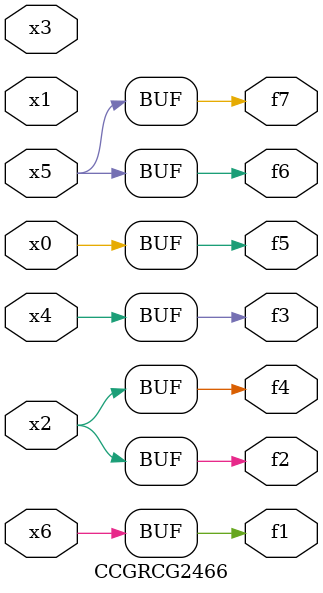
<source format=v>
module CCGRCG2466(
	input x0, x1, x2, x3, x4, x5, x6,
	output f1, f2, f3, f4, f5, f6, f7
);
	assign f1 = x6;
	assign f2 = x2;
	assign f3 = x4;
	assign f4 = x2;
	assign f5 = x0;
	assign f6 = x5;
	assign f7 = x5;
endmodule

</source>
